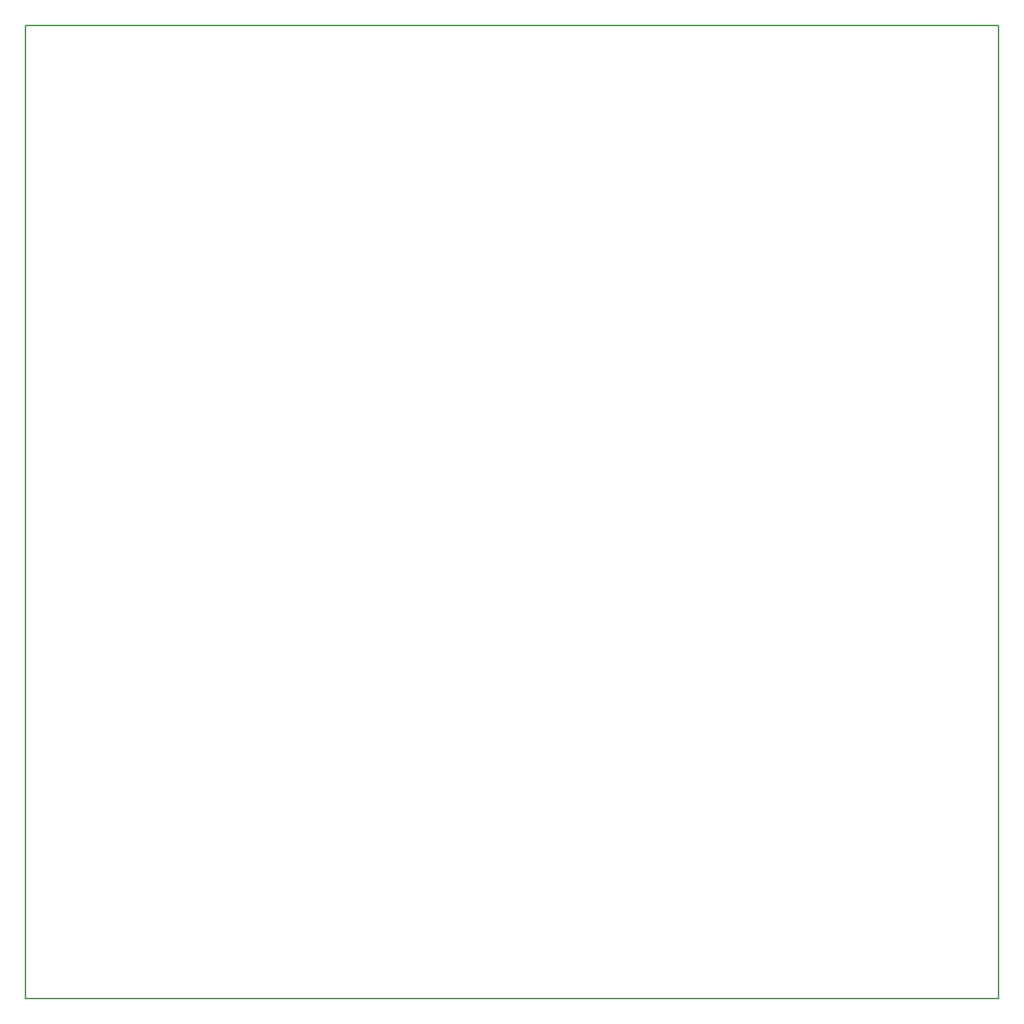
<source format=gm1>
G04 MADE WITH FRITZING*
G04 WWW.FRITZING.ORG*
G04 DOUBLE SIDED*
G04 HOLES PLATED*
G04 CONTOUR ON CENTER OF CONTOUR VECTOR*
%ASAXBY*%
%FSLAX23Y23*%
%MOIN*%
%OFA0B0*%
%SFA1.0B1.0*%
%ADD10R,4.724420X4.724420*%
%ADD11C,0.008000*%
%ADD10C,0.008*%
%LNCONTOUR*%
G90*
G70*
G54D10*
G54D11*
X4Y4720D02*
X4720Y4720D01*
X4720Y4D01*
X4Y4D01*
X4Y4720D01*
D02*
G04 End of contour*
M02*
</source>
